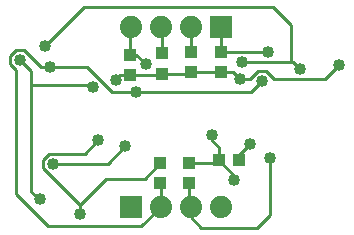
<source format=gbl>
G04 EAGLE Gerber X2 export*
G75*
%MOMM*%
%FSLAX34Y34*%
%LPD*%
%AMOC8*
5,1,8,0,0,1.08239X$1,22.5*%
G01*
%ADD10R,1.879600X1.879600*%
%ADD11C,1.879600*%
%ADD12R,1.000000X1.100000*%
%ADD13R,1.100000X1.000000*%
%ADD14C,0.254000*%
%ADD15C,1.016000*%


D10*
X114300Y25400D03*
D11*
X139700Y25400D03*
X165100Y25400D03*
X190500Y25400D03*
D10*
X190500Y177800D03*
D11*
X165100Y177800D03*
X139700Y177800D03*
X114300Y177800D03*
D12*
X140716Y155058D03*
X140716Y138058D03*
X114046Y136788D03*
X114046Y153788D03*
X164084Y62348D03*
X164084Y45348D03*
X139446Y45094D03*
X139446Y62094D03*
D13*
X188858Y64516D03*
X205858Y64516D03*
D12*
X165608Y156074D03*
X165608Y139074D03*
X191262Y139074D03*
X191262Y156074D03*
D14*
X186690Y62348D02*
X164084Y62348D01*
X186690Y62348D02*
X188858Y64516D01*
D15*
X208788Y147692D03*
D14*
X249936Y147692D01*
X252104Y147692D01*
X258064Y141732D01*
D15*
X258064Y141732D03*
D14*
X188858Y75556D02*
X188858Y64516D01*
X202184Y51190D01*
X202184Y47498D01*
D15*
X202184Y47498D03*
X183134Y85852D03*
D14*
X183134Y81280D01*
X188858Y75556D01*
D15*
X37846Y31750D03*
X20574Y149606D03*
D14*
X29718Y140462D01*
X29718Y128270D01*
X29718Y38354D01*
X36322Y31750D01*
X37846Y31750D01*
D15*
X82592Y126280D03*
D14*
X80602Y128270D01*
X29718Y128270D01*
X249936Y147692D02*
X249936Y179070D01*
X234696Y194310D01*
X74930Y194310D01*
X42164Y161544D01*
D15*
X42164Y161544D03*
D14*
X139700Y44840D02*
X139700Y25400D01*
X139700Y44840D02*
X139446Y45094D01*
D15*
X45974Y143256D03*
D14*
X139700Y25400D02*
X123444Y9144D01*
X44704Y9144D02*
X17526Y36322D01*
X44704Y9144D02*
X123444Y9144D01*
X77470Y143256D02*
X45974Y143256D01*
X77470Y143256D02*
X98298Y122428D01*
X118618Y122428D01*
D15*
X118618Y122428D03*
X225298Y131572D03*
D14*
X216154Y122428D01*
X118618Y122428D01*
X12192Y146134D02*
X12192Y153078D01*
X17102Y157988D01*
X24046Y157988D01*
X38778Y143256D02*
X45974Y143256D01*
X38778Y143256D02*
X24046Y157988D01*
X12192Y146134D02*
X17526Y140800D01*
X17526Y36322D01*
X114046Y153788D02*
X114046Y177546D01*
X114300Y177800D01*
D15*
X127254Y145796D03*
D14*
X119262Y153788D01*
X114046Y153788D01*
X164084Y45348D02*
X164084Y26416D01*
X165100Y25400D01*
D15*
X232156Y66802D03*
D14*
X232156Y18542D01*
X220980Y7366D01*
X173990Y7366D01*
X165100Y16256D02*
X165100Y25400D01*
X165100Y16256D02*
X173990Y7366D01*
D15*
X48514Y61722D03*
D14*
X94996Y61722D01*
X109982Y76708D01*
D15*
X109982Y76708D03*
D14*
X114046Y136788D02*
X139446Y136788D01*
X140716Y138058D01*
X164592Y138058D01*
X165608Y139074D01*
X191262Y139074D01*
X201032Y139074D01*
X206756Y133350D01*
D15*
X206756Y133350D03*
D14*
X278892Y133350D02*
X291084Y145542D01*
D15*
X291084Y145542D03*
D14*
X228770Y139954D02*
X221826Y139954D01*
X215222Y133350D02*
X206756Y133350D01*
X235374Y133350D02*
X278892Y133350D01*
X221826Y139954D02*
X215222Y133350D01*
X228770Y139954D02*
X235374Y133350D01*
D15*
X87122Y81534D03*
X71374Y19304D03*
D14*
X40132Y65194D02*
X45042Y70104D01*
X40132Y65194D02*
X40132Y58250D01*
X75692Y70104D02*
X87122Y81534D01*
X71374Y27008D02*
X71374Y19304D01*
X75692Y70104D02*
X45042Y70104D01*
X40132Y58250D02*
X71374Y27008D01*
X93388Y49022D01*
X126374Y49022D02*
X139446Y62094D01*
X126374Y49022D02*
X93388Y49022D01*
X105546Y136788D02*
X114046Y136788D01*
X105546Y136788D02*
X101600Y132842D01*
D15*
X101600Y132842D03*
D14*
X140716Y155058D02*
X140716Y176784D01*
X139700Y177800D01*
X165608Y177292D02*
X165608Y156074D01*
X165608Y177292D02*
X165100Y177800D01*
X191262Y177038D02*
X191262Y156074D01*
X191262Y177038D02*
X190500Y177800D01*
X191262Y156074D02*
X230514Y156074D01*
D15*
X230514Y156074D03*
X215138Y78486D03*
D14*
X205858Y69206D01*
X205858Y64516D01*
M02*

</source>
